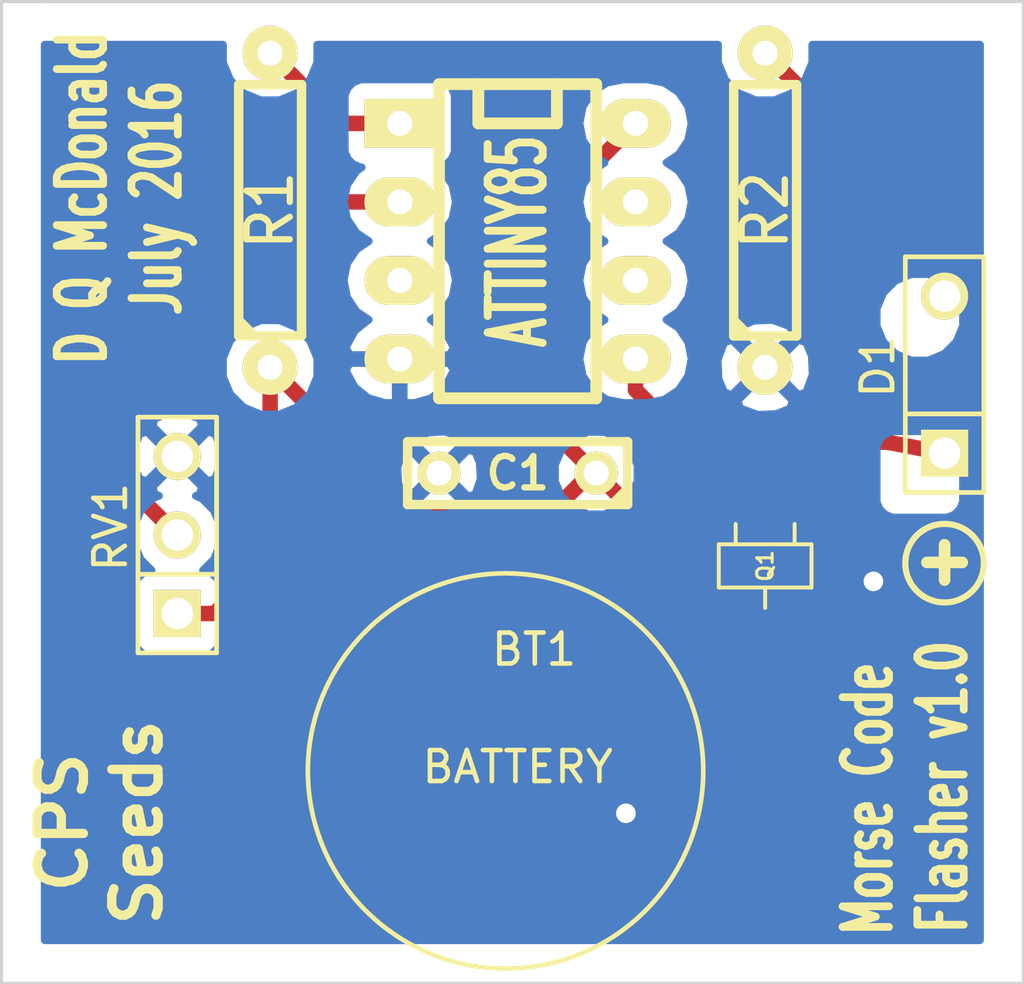
<source format=kicad_pcb>
(kicad_pcb (version 3) (host pcbnew "(2014-02-26 BZR 4721)-product")

  (general
    (links 15)
    (no_connects 0)
    (area 147.269999 94.676775 180.390001 127.050001)
    (thickness 1.6)
    (drawings 10)
    (tracks 38)
    (zones 0)
    (modules 8)
    (nets 11)
  )

  (page A4)
  (layers
    (15 F.Cu signal)
    (0 B.Cu signal hide)
    (16 B.Adhes user)
    (17 F.Adhes user)
    (18 B.Paste user)
    (19 F.Paste user)
    (20 B.SilkS user)
    (21 F.SilkS user)
    (22 B.Mask user)
    (23 F.Mask user)
    (24 Dwgs.User user)
    (25 Cmts.User user)
    (26 Eco1.User user)
    (27 Eco2.User user)
    (28 Edge.Cuts user)
  )

  (setup
    (last_trace_width 0.5)
    (trace_clearance 0.3)
    (zone_clearance 0.508)
    (zone_45_only no)
    (trace_min 0.254)
    (segment_width 0.2)
    (edge_width 0.1)
    (via_size 0.889)
    (via_drill 0.635)
    (via_min_size 0.889)
    (via_min_drill 0.508)
    (uvia_size 0.508)
    (uvia_drill 0.127)
    (uvias_allowed no)
    (uvia_min_size 0.508)
    (uvia_min_drill 0.127)
    (pcb_text_width 0.3)
    (pcb_text_size 1.5 1.5)
    (mod_edge_width 0.15)
    (mod_text_size 1 1)
    (mod_text_width 0.15)
    (pad_size 0.59944 1.50076)
    (pad_drill 0)
    (pad_to_mask_clearance 0)
    (aux_axis_origin 0 0)
    (visible_elements FFFFFF7F)
    (pcbplotparams
      (layerselection 3178497)
      (usegerberextensions true)
      (excludeedgelayer true)
      (linewidth 0.150000)
      (plotframeref false)
      (viasonmask false)
      (mode 1)
      (useauxorigin false)
      (hpglpennumber 1)
      (hpglpenspeed 20)
      (hpglpendiameter 15)
      (hpglpenoverlay 2)
      (psnegative false)
      (psa4output false)
      (plotreference true)
      (plotvalue true)
      (plotothertext true)
      (plotinvisibletext false)
      (padsonsilk false)
      (subtractmaskfromsilk false)
      (outputformat 1)
      (mirror false)
      (drillshape 1)
      (scaleselection 1)
      (outputdirectory ""))
  )

  (net 0 "")
  (net 1 GND)
  (net 2 "Net-(BT1-Pad1)")
  (net 3 "Net-(D1-Pad1)")
  (net 4 "Net-(D1-Pad2)")
  (net 5 "Net-(R1-Pad2)")
  (net 6 "Net-(RV1-Pad2)")
  (net 7 "Net-(U1-Pad3)")
  (net 8 "Net-(U1-Pad6)")
  (net 9 "Net-(U1-Pad7)")
  (net 10 VCC)

  (net_class Default "This is the default net class."
    (clearance 0.3)
    (trace_width 0.5)
    (via_dia 0.889)
    (via_drill 0.635)
    (uvia_dia 0.508)
    (uvia_drill 0.127)
    (add_net "")
    (add_net GND)
    (add_net "Net-(BT1-Pad1)")
    (add_net "Net-(D1-Pad1)")
    (add_net "Net-(D1-Pad2)")
    (add_net "Net-(R1-Pad2)")
    (add_net "Net-(RV1-Pad2)")
    (add_net "Net-(U1-Pad3)")
    (add_net "Net-(U1-Pad6)")
    (add_net "Net-(U1-Pad7)")
    (add_net VCC)
  )

  (module DQM:Coin_Cell_12mm_SMD (layer F.Cu) (tedit 577B1EE3) (tstamp 577CBD42)
    (at 164 120)
    (path /57776BAA)
    (fp_text reference BT1 (at 0.53 -3.8) (layer F.SilkS)
      (effects (font (size 1 1) (thickness 0.15)))
    )
    (fp_text value BATTERY (at 0 0) (layer F.SilkS)
      (effects (font (size 1 1) (thickness 0.15)))
    )
    (fp_circle (center -0.39 0.13) (end 6 0.21) (layer F.SilkS) (width 0.15))
    (pad 1 smd rect (at -8.29 0) (size 3.2 5.08) (layers F.Cu F.Paste F.Mask)
      (net 2 "Net-(BT1-Pad1)"))
    (pad 1 smd rect (at 7.62 0) (size 3.2 5.08) (layers F.Cu F.Paste F.Mask)
      (net 2 "Net-(BT1-Pad1)"))
    (pad 2 smd circle (at -0.5 0) (size 5 5) (layers F.Cu F.Paste F.Mask)
      (net 1 GND))
  )

  (module discret:C2 (layer F.Cu) (tedit 200000) (tstamp 578255CA)
    (at 164 110.5 180)
    (descr "Condensateur = 2 pas")
    (tags C)
    (path /57776C20)
    (fp_text reference C1 (at 0 0 180) (layer F.SilkS)
      (effects (font (size 1.016 1.016) (thickness 0.2032)))
    )
    (fp_text value 100nF (at 0 0 180) (layer F.SilkS) hide
      (effects (font (size 1.016 1.016) (thickness 0.2032)))
    )
    (fp_line (start -3.556 -1.016) (end 3.556 -1.016) (layer F.SilkS) (width 0.3048))
    (fp_line (start 3.556 -1.016) (end 3.556 1.016) (layer F.SilkS) (width 0.3048))
    (fp_line (start 3.556 1.016) (end -3.556 1.016) (layer F.SilkS) (width 0.3048))
    (fp_line (start -3.556 1.016) (end -3.556 -1.016) (layer F.SilkS) (width 0.3048))
    (fp_line (start -3.556 -0.508) (end -3.048 -1.016) (layer F.SilkS) (width 0.3048))
    (pad 1 thru_hole circle (at -2.54 0 180) (size 1.397 1.397) (drill 0.8128) (layers *.Cu *.Mask F.SilkS)
      (net 10 VCC))
    (pad 2 thru_hole circle (at 2.54 0 180) (size 1.397 1.397) (drill 0.8128) (layers *.Cu *.Mask F.SilkS)
      (net 1 GND))
    (model discret/capa_2pas_5x5mm.wrl
      (at (xyz 0 0 0))
      (scale (xyz 1 1 1))
      (rotate (xyz 0 0 0))
    )
  )

  (module discret:R4-LARGE_PADS (layer F.Cu) (tedit 577DC00B) (tstamp 578256E9)
    (at 156 102 90)
    (descr "Resitance 4 pas")
    (tags R)
    (path /57776D61)
    (autoplace_cost180 10)
    (fp_text reference R1 (at 0 0 90) (layer F.SilkS)
      (effects (font (size 1.397 1.27) (thickness 0.2032)))
    )
    (fp_text value 10K (at 0 0 90) (layer F.SilkS) hide
      (effects (font (size 1.397 1.27) (thickness 0.2032)))
    )
    (fp_line (start -5.08 0) (end -4.064 0) (layer F.SilkS) (width 0.3048))
    (fp_line (start -4.064 0) (end -4.064 -1.016) (layer F.SilkS) (width 0.3048))
    (fp_line (start -4.064 -1.016) (end 4.064 -1.016) (layer F.SilkS) (width 0.3048))
    (fp_line (start 4.064 -1.016) (end 4.064 1.016) (layer F.SilkS) (width 0.3048))
    (fp_line (start 4.064 1.016) (end -4.064 1.016) (layer F.SilkS) (width 0.3048))
    (fp_line (start -4.064 1.016) (end -4.064 0) (layer F.SilkS) (width 0.3048))
    (fp_line (start -4.064 -0.508) (end -3.556 -1.016) (layer F.SilkS) (width 0.3048))
    (fp_line (start 5.08 0) (end 4.064 0) (layer F.SilkS) (width 0.3048))
    (pad 1 thru_hole circle (at -5.08 0 90) (size 1.778 1.778) (drill 0.8128) (layers *.Cu *.Mask F.SilkS)
      (net 10 VCC))
    (pad 2 thru_hole circle (at 5.08 0 90) (size 1.778 1.778) (drill 0.8128) (layers *.Cu *.Mask F.SilkS)
      (net 5 "Net-(R1-Pad2)"))
    (model discret/resistor.wrl
      (at (xyz 0 0 0))
      (scale (xyz 0.4 0.4 0.4))
      (rotate (xyz 0 0 0))
    )
  )

  (module discret:R4-LARGE_PADS (layer F.Cu) (tedit 47E2673E) (tstamp 577CBD81)
    (at 172 102 90)
    (descr "Resitance 4 pas")
    (tags R)
    (path /57776ECB)
    (autoplace_cost180 10)
    (fp_text reference R2 (at 0 0 90) (layer F.SilkS)
      (effects (font (size 1.397 1.27) (thickness 0.2032)))
    )
    (fp_text value 120K (at 0 0 90) (layer F.SilkS) hide
      (effects (font (size 1.397 1.27) (thickness 0.2032)))
    )
    (fp_line (start -5.08 0) (end -4.064 0) (layer F.SilkS) (width 0.3048))
    (fp_line (start -4.064 0) (end -4.064 -1.016) (layer F.SilkS) (width 0.3048))
    (fp_line (start -4.064 -1.016) (end 4.064 -1.016) (layer F.SilkS) (width 0.3048))
    (fp_line (start 4.064 -1.016) (end 4.064 1.016) (layer F.SilkS) (width 0.3048))
    (fp_line (start 4.064 1.016) (end -4.064 1.016) (layer F.SilkS) (width 0.3048))
    (fp_line (start -4.064 1.016) (end -4.064 0) (layer F.SilkS) (width 0.3048))
    (fp_line (start -4.064 -0.508) (end -3.556 -1.016) (layer F.SilkS) (width 0.3048))
    (fp_line (start 5.08 0) (end 4.064 0) (layer F.SilkS) (width 0.3048))
    (pad 1 thru_hole circle (at -5.08 0 90) (size 1.778 1.778) (drill 0.8128) (layers *.Cu *.Mask F.SilkS)
      (net 1 GND))
    (pad 2 thru_hole circle (at 5.08 0 90) (size 1.778 1.778) (drill 0.8128) (layers *.Cu *.Mask F.SilkS)
      (net 4 "Net-(D1-Pad2)"))
    (model discret/resistor.wrl
      (at (xyz 0 0 0))
      (scale (xyz 0.4 0.4 0.4))
      (rotate (xyz 0 0 0))
    )
  )

  (module pin_array:PIN_ARRAY_3X1 (layer F.Cu) (tedit 4C1130E0) (tstamp 577CBD8D)
    (at 153 112.5 90)
    (descr "Connecteur 3 pins")
    (tags "CONN DEV")
    (path /57776E12)
    (fp_text reference RV1 (at 0.254 -2.159 90) (layer F.SilkS)
      (effects (font (size 1.016 1.016) (thickness 0.1524)))
    )
    (fp_text value POT (at 0 -2.159 90) (layer F.SilkS) hide
      (effects (font (size 1.016 1.016) (thickness 0.1524)))
    )
    (fp_line (start -3.81 1.27) (end -3.81 -1.27) (layer F.SilkS) (width 0.1524))
    (fp_line (start -3.81 -1.27) (end 3.81 -1.27) (layer F.SilkS) (width 0.1524))
    (fp_line (start 3.81 -1.27) (end 3.81 1.27) (layer F.SilkS) (width 0.1524))
    (fp_line (start 3.81 1.27) (end -3.81 1.27) (layer F.SilkS) (width 0.1524))
    (fp_line (start -1.27 -1.27) (end -1.27 1.27) (layer F.SilkS) (width 0.1524))
    (pad 1 thru_hole rect (at -2.54 0 90) (size 1.524 1.524) (drill 1.016) (layers *.Cu *.Mask F.SilkS)
      (net 10 VCC))
    (pad 2 thru_hole circle (at 0 0 90) (size 1.524 1.524) (drill 1.016) (layers *.Cu *.Mask F.SilkS)
      (net 6 "Net-(RV1-Pad2)"))
    (pad 3 thru_hole circle (at 2.54 0 90) (size 1.524 1.524) (drill 1.016) (layers *.Cu *.Mask F.SilkS)
      (net 1 GND))
    (model pin_array/pins_array_3x1.wrl
      (at (xyz 0 0 0))
      (scale (xyz 1 1 1))
      (rotate (xyz 0 0 0))
    )
  )

  (module dip_sockets:DIP-8__300_ELL (layer F.Cu) (tedit 577DC1E2) (tstamp 577CBDA0)
    (at 164 103 270)
    (descr "8 pins DIL package, elliptical pads")
    (tags DIL)
    (path /57772B5A)
    (fp_text reference U1 (at -6.35 0 360) (layer F.SilkS) hide
      (effects (font (size 1.778 1.143) (thickness 0.28575)))
    )
    (fp_text value ATTINY85 (at 0 0 270) (layer F.SilkS)
      (effects (font (size 1.778 1.016) (thickness 0.254)))
    )
    (fp_line (start -5.08 -1.27) (end -3.81 -1.27) (layer F.SilkS) (width 0.381))
    (fp_line (start -3.81 -1.27) (end -3.81 1.27) (layer F.SilkS) (width 0.381))
    (fp_line (start -3.81 1.27) (end -5.08 1.27) (layer F.SilkS) (width 0.381))
    (fp_line (start -5.08 -2.54) (end 5.08 -2.54) (layer F.SilkS) (width 0.381))
    (fp_line (start 5.08 -2.54) (end 5.08 2.54) (layer F.SilkS) (width 0.381))
    (fp_line (start 5.08 2.54) (end -5.08 2.54) (layer F.SilkS) (width 0.381))
    (fp_line (start -5.08 2.54) (end -5.08 -2.54) (layer F.SilkS) (width 0.381))
    (pad 1 thru_hole rect (at -3.81 3.81 270) (size 1.5748 2.286) (drill 0.8128) (layers *.Cu *.Mask F.SilkS)
      (net 5 "Net-(R1-Pad2)"))
    (pad 2 thru_hole oval (at -1.27 3.81 270) (size 1.5748 2.286) (drill 0.8128) (layers *.Cu *.Mask F.SilkS)
      (net 6 "Net-(RV1-Pad2)"))
    (pad 3 thru_hole oval (at 1.27 3.81 270) (size 1.5748 2.286) (drill 0.8128) (layers *.Cu *.Mask F.SilkS)
      (net 7 "Net-(U1-Pad3)"))
    (pad 4 thru_hole oval (at 3.81 3.81 270) (size 1.5748 2.286) (drill 0.8128) (layers *.Cu *.Mask F.SilkS)
      (net 1 GND))
    (pad 5 thru_hole oval (at 3.81 -3.81 270) (size 1.5748 2.286) (drill 0.8128) (layers *.Cu *.Mask F.SilkS)
      (net 3 "Net-(D1-Pad1)"))
    (pad 6 thru_hole oval (at 1.27 -3.81 270) (size 1.5748 2.286) (drill 0.8128) (layers *.Cu *.Mask F.SilkS)
      (net 8 "Net-(U1-Pad6)"))
    (pad 7 thru_hole oval (at -1.27 -3.81 270) (size 1.5748 2.286) (drill 0.8128) (layers *.Cu *.Mask F.SilkS)
      (net 9 "Net-(U1-Pad7)"))
    (pad 8 thru_hole oval (at -3.81 -3.81 270) (size 1.5748 2.286) (drill 0.8128) (layers *.Cu *.Mask F.SilkS)
      (net 10 VCC))
    (model dil/dil_8.wrl
      (at (xyz 0 0 0))
      (scale (xyz 1 1 1))
      (rotate (xyz 0 0 0))
    )
  )

  (module DQM:TwinScrewTerminal (layer F.Cu) (tedit 577DBB3B) (tstamp 578253B4)
    (at 177.8 107.315 90)
    (descr "Connecteur 3 pins")
    (tags "CONN DEV")
    (path /57776E9E)
    (fp_text reference D1 (at 0.254 -2.159 90) (layer F.SilkS)
      (effects (font (size 1.016 1.016) (thickness 0.1524)))
    )
    (fp_text value LED (at 0 -2.159 90) (layer F.SilkS) hide
      (effects (font (size 1.016 1.016) (thickness 0.1524)))
    )
    (fp_line (start -3.81 1.27) (end -3.81 -1.27) (layer F.SilkS) (width 0.1524))
    (fp_line (start -3.81 -1.27) (end 3.81 -1.27) (layer F.SilkS) (width 0.1524))
    (fp_line (start 3.81 -1.27) (end 3.81 1.27) (layer F.SilkS) (width 0.1524))
    (fp_line (start 3.81 1.27) (end -3.81 1.27) (layer F.SilkS) (width 0.1524))
    (fp_line (start -1.27 -1.27) (end -1.27 1.27) (layer F.SilkS) (width 0.1524))
    (pad 1 thru_hole rect (at -2.54 0 90) (size 1.524 1.524) (drill 1.016) (layers *.Cu *.Mask F.SilkS)
      (net 3 "Net-(D1-Pad1)"))
    (pad 2 thru_hole circle (at 2.54 0 90) (size 1.524 1.524) (drill 1.016) (layers *.Cu *.Mask F.SilkS)
      (net 4 "Net-(D1-Pad2)"))
    (model pin_array/pins_array_3x1.wrl
      (at (xyz 0 0 0))
      (scale (xyz 1 1 1))
      (rotate (xyz 0 0 0))
    )
  )

  (module DQM:pChannelMostfetSot23 (layer F.Cu) (tedit 577DBFCF) (tstamp 578253BE)
    (at 172 113.5 180)
    (descr SOT23)
    (path /577CBBFF)
    (attr smd)
    (fp_text reference Q1 (at 0 0 270) (layer F.SilkS)
      (effects (font (size 0.50038 0.50038) (thickness 0.09906)))
    )
    (fp_text value MOSFET_P (at 0 0.09906 180) (layer F.SilkS) hide
      (effects (font (size 0.50038 0.50038) (thickness 0.09906)))
    )
    (fp_line (start 0.9525 0.6985) (end 0.9525 1.3589) (layer F.SilkS) (width 0.127))
    (fp_line (start -0.9525 0.6985) (end -0.9525 1.3589) (layer F.SilkS) (width 0.127))
    (fp_line (start 0 -0.6985) (end 0 -1.3589) (layer F.SilkS) (width 0.127))
    (fp_line (start -1.4986 -0.6985) (end 1.4986 -0.6985) (layer F.SilkS) (width 0.127))
    (fp_line (start 1.4986 -0.6985) (end 1.4986 0.6985) (layer F.SilkS) (width 0.127))
    (fp_line (start 1.4986 0.6985) (end -1.4986 0.6985) (layer F.SilkS) (width 0.127))
    (fp_line (start -1.4986 0.6985) (end -1.4986 -0.6985) (layer F.SilkS) (width 0.127))
    (pad G smd rect (at -0.9525 1.30664 180) (size 0.59944 1.50076) (layers F.Cu F.Paste F.Mask)
      (net 1 GND))
    (pad D smd rect (at 0 -1.30664 180) (size 0.59944 1.50076) (layers F.Cu F.Paste F.Mask)
      (net 2 "Net-(BT1-Pad1)"))
    (pad S smd rect (at 0.9525 1.30664 180) (size 0.59944 1.50076) (layers F.Cu F.Paste F.Mask)
      (net 10 VCC))
    (model smd/smd_transistors/sot23.wrl
      (at (xyz 0 0 0))
      (scale (xyz 1 1 1))
      (rotate (xyz 0 0 0))
    )
  )

  (gr_text "CPS\nSeeds" (at 150.495 121.793 90) (layer F.SilkS)
    (effects (font (size 1.5 1.5) (thickness 0.3)))
  )
  (gr_circle (center 177.8 113.411) (end 177.8 114.681) (layer F.SilkS) (width 0.2))
  (gr_text + (at 177.8 113.284) (layer F.SilkS)
    (effects (font (size 1.5 1.5) (thickness 0.375)))
  )
  (gr_text "D Q McDonald\nJuly 2016" (at 151.13 101.6 90) (layer F.SilkS)
    (effects (font (size 1.5 1) (thickness 0.25)))
  )
  (gr_text "Morse Code \nFlasher v1.0" (at 176.53 120.65 90) (layer F.SilkS)
    (effects (font (size 1.5 1) (thickness 0.25)))
  )
  (gr_line (start 147.32 95.25) (end 148.59 95.25) (angle 90) (layer Edge.Cuts) (width 0.1))
  (gr_line (start 147.32 127) (end 147.32 95.25) (angle 90) (layer Edge.Cuts) (width 0.1))
  (gr_line (start 180.34 127) (end 147.32 127) (angle 90) (layer Edge.Cuts) (width 0.1))
  (gr_line (start 180.34 95.25) (end 180.34 127) (angle 90) (layer Edge.Cuts) (width 0.1))
  (gr_line (start 148.59 95.25) (end 180.34 95.25) (angle 90) (layer Edge.Cuts) (width 0.1))

  (segment (start 163.5 120) (end 166 120) (width 0.5) (layer F.Cu) (net 1))
  (via (at 167.5 121.5) (size 0.889) (layers F.Cu B.Cu) (net 1))
  (segment (start 166 120) (end 167.5 121.5) (width 0.5) (layer F.Cu) (net 1) (tstamp 578257D5))
  (segment (start 172.9525 112.19336) (end 173.69336 112.19336) (width 0.5) (layer F.Cu) (net 1))
  (via (at 175.5 114) (size 0.889) (layers F.Cu B.Cu) (net 1))
  (segment (start 173.69336 112.19336) (end 175.5 114) (width 0.5) (layer F.Cu) (net 1) (tstamp 578257D0))
  (segment (start 155.71 120) (end 155.71 117.29) (width 0.5) (layer F.Cu) (net 2))
  (segment (start 170.5 117.5) (end 171.62 120) (width 0.5) (layer F.Cu) (net 2) (tstamp 578257A6))
  (segment (start 168.5 115.5) (end 170.5 117.5) (width 0.5) (layer F.Cu) (net 2) (tstamp 578257A3))
  (segment (start 157.5 115.5) (end 168.5 115.5) (width 0.5) (layer F.Cu) (net 2) (tstamp 578257A2))
  (segment (start 155.71 117.29) (end 157.5 115.5) (width 0.5) (layer F.Cu) (net 2) (tstamp 578257A1))
  (segment (start 172 114.80664) (end 172 119.62) (width 0.5) (layer F.Cu) (net 2))
  (segment (start 172 119.62) (end 171.62 120) (width 0.5) (layer F.Cu) (net 2) (tstamp 5782579E))
  (segment (start 167.81 106.81) (end 167.81 107.81) (width 0.5) (layer F.Cu) (net 3))
  (segment (start 175.96 109.5) (end 177.8 109.855) (width 0.5) (layer F.Cu) (net 3) (tstamp 578257B4) (status 20))
  (segment (start 169.5 109.5) (end 175.96 109.5) (width 0.5) (layer F.Cu) (net 3) (tstamp 578257B3))
  (segment (start 167.81 107.81) (end 169.5 109.5) (width 0.5) (layer F.Cu) (net 3) (tstamp 578257B2))
  (segment (start 177.8 104.775) (end 177 101.92) (width 0.5) (layer F.Cu) (net 4) (status 10))
  (segment (start 177 101.92) (end 172 96.92) (width 0.5) (layer F.Cu) (net 4) (tstamp 578257B7))
  (segment (start 160.19 99.19) (end 158.27 99.19) (width 0.5) (layer F.Cu) (net 5))
  (segment (start 158.27 99.19) (end 156 96.92) (width 0.5) (layer F.Cu) (net 5) (tstamp 578257A7))
  (segment (start 160.19 101.73) (end 154.77 101.73) (width 0.5) (layer F.Cu) (net 6))
  (segment (start 150.5 110) (end 153 112.5) (width 0.5) (layer F.Cu) (net 6) (tstamp 578257CB))
  (segment (start 150.5 106) (end 150.5 110) (width 0.5) (layer F.Cu) (net 6) (tstamp 578257C9))
  (segment (start 154.77 101.73) (end 150.5 106) (width 0.5) (layer F.Cu) (net 6) (tstamp 578257C7))
  (segment (start 156 107.08) (end 156 113.24) (width 0.5) (layer F.Cu) (net 10))
  (segment (start 154.2 115.04) (end 153 115.04) (width 0.5) (layer F.Cu) (net 10) (tstamp 57825817))
  (segment (start 156 113.24) (end 154.2 115.04) (width 0.5) (layer F.Cu) (net 10) (tstamp 57825816))
  (segment (start 166.54 110.5) (end 166.36 110.5) (width 0.5) (layer F.Cu) (net 10))
  (segment (start 160.68 111.76) (end 156 107.08) (width 0.5) (layer F.Cu) (net 10) (tstamp 57825810))
  (segment (start 165.1 111.76) (end 160.68 111.76) (width 0.5) (layer F.Cu) (net 10) (tstamp 5782580F))
  (segment (start 166.36 110.5) (end 165.1 111.76) (width 0.5) (layer F.Cu) (net 10) (tstamp 5782580E))
  (segment (start 171.0475 112.19336) (end 168.23336 112.19336) (width 0.5) (layer F.Cu) (net 10))
  (segment (start 168.23336 112.19336) (end 166.54 110.5) (width 0.5) (layer F.Cu) (net 10) (tstamp 578257AA))
  (segment (start 166.54 110.5) (end 166.5 110.5) (width 0.5) (layer F.Cu) (net 10) (tstamp 578257AB))
  (segment (start 166.5 110.5) (end 165.5 109.5) (width 0.5) (layer F.Cu) (net 10) (tstamp 578257AC))
  (segment (start 165.5 109.5) (end 165.5 101.5) (width 0.5) (layer F.Cu) (net 10) (tstamp 578257AD))
  (segment (start 165.5 101.5) (end 167.81 99.19) (width 0.5) (layer F.Cu) (net 10) (tstamp 578257AE))

  (zone (net 1) (net_name GND) (layer B.Cu) (tstamp 57825803) (hatch edge 0.508)
    (connect_pads (clearance 0.508))
    (min_thickness 0.254)
    (fill (arc_segments 16) (thermal_gap 0.508) (thermal_bridge_width 0.508))
    (polygon
      (pts
        (xy 179.07 125.73) (xy 148.59 125.73) (xy 148.59 96.52) (xy 179.07 96.52)
      )
    )
    (filled_polygon
      (pts
        (xy 178.943 125.603) (xy 178.397242 125.603) (xy 178.397242 105.183339) (xy 178.18501 104.669697) (xy 177.79237 104.276371)
        (xy 177.2791 104.063243) (xy 176.723339 104.062758) (xy 176.209697 104.27499) (xy 175.816371 104.66763) (xy 175.603243 105.1809)
        (xy 175.602758 105.736661) (xy 175.81499 106.250303) (xy 176.20763 106.643629) (xy 176.7209 106.856757) (xy 177.276661 106.857242)
        (xy 177.790303 106.64501) (xy 178.183629 106.25237) (xy 178.396757 105.7391) (xy 178.397242 105.183339) (xy 178.397242 125.603)
        (xy 178.397 125.603) (xy 178.397 111.42831) (xy 178.397 111.175691) (xy 178.397 109.651691) (xy 178.300327 109.418302)
        (xy 178.121699 109.239673) (xy 177.88831 109.143) (xy 177.635691 109.143) (xy 176.111691 109.143) (xy 175.878302 109.239673)
        (xy 175.699673 109.418301) (xy 175.603 109.65169) (xy 175.603 109.904309) (xy 175.603 111.428309) (xy 175.699673 111.661698)
        (xy 175.878301 111.840327) (xy 176.11169 111.937) (xy 176.364309 111.937) (xy 177.888309 111.937) (xy 178.121698 111.840327)
        (xy 178.300327 111.661699) (xy 178.397 111.42831) (xy 178.397 125.603) (xy 173.535516 125.603) (xy 173.535516 107.318035)
        (xy 173.509723 106.7123) (xy 173.327539 106.272467) (xy 173.072196 106.187409) (xy 172.892591 106.367014) (xy 172.892591 106.007804)
        (xy 172.807533 105.752461) (xy 172.238035 105.544484) (xy 171.6323 105.570277) (xy 171.192467 105.752461) (xy 171.107409 106.007804)
        (xy 172 106.900395) (xy 172.892591 106.007804) (xy 172.892591 106.367014) (xy 172.179605 107.08) (xy 173.072196 107.972591)
        (xy 173.327539 107.887533) (xy 173.535516 107.318035) (xy 173.535516 125.603) (xy 172.892591 125.603) (xy 172.892591 108.152196)
        (xy 172 107.259605) (xy 171.820395 107.43921) (xy 171.820395 107.08) (xy 170.927804 106.187409) (xy 170.672461 106.272467)
        (xy 170.464484 106.841965) (xy 170.490277 107.4477) (xy 170.672461 107.887533) (xy 170.927804 107.972591) (xy 171.820395 107.08)
        (xy 171.820395 107.43921) (xy 171.107409 108.152196) (xy 171.192467 108.407539) (xy 171.761965 108.615516) (xy 172.3677 108.589723)
        (xy 172.807533 108.407539) (xy 172.892591 108.152196) (xy 172.892591 125.603) (xy 169.622833 125.603) (xy 169.622833 106.81)
        (xy 169.514559 106.265671) (xy 169.206222 105.804211) (xy 168.810801 105.539999) (xy 169.206222 105.275789) (xy 169.514559 104.814329)
        (xy 169.622833 104.27) (xy 169.514559 103.725671) (xy 169.206222 103.264211) (xy 168.810801 102.999999) (xy 169.206222 102.735789)
        (xy 169.514559 102.274329) (xy 169.622833 101.73) (xy 169.514559 101.185671) (xy 169.206222 100.724211) (xy 168.810801 100.459999)
        (xy 169.206222 100.195789) (xy 169.514559 99.734329) (xy 169.622833 99.19) (xy 169.514559 98.645671) (xy 169.206222 98.184211)
        (xy 168.744762 97.875874) (xy 168.200433 97.7676) (xy 167.419567 97.7676) (xy 166.875238 97.875874) (xy 166.413778 98.184211)
        (xy 166.105441 98.645671) (xy 165.997167 99.19) (xy 166.105441 99.734329) (xy 166.413778 100.195789) (xy 166.809198 100.459999)
        (xy 166.413778 100.724211) (xy 166.105441 101.185671) (xy 165.997167 101.73) (xy 166.105441 102.274329) (xy 166.413778 102.735789)
        (xy 166.809198 102.999999) (xy 166.413778 103.264211) (xy 166.105441 103.725671) (xy 165.997167 104.27) (xy 166.105441 104.814329)
        (xy 166.413778 105.275789) (xy 166.809198 105.539999) (xy 166.413778 105.804211) (xy 166.105441 106.265671) (xy 165.997167 106.81)
        (xy 166.105441 107.354329) (xy 166.413778 107.815789) (xy 166.875238 108.124126) (xy 167.419567 108.2324) (xy 168.200433 108.2324)
        (xy 168.744762 108.124126) (xy 169.206222 107.815789) (xy 169.514559 107.354329) (xy 169.622833 106.81) (xy 169.622833 125.603)
        (xy 167.873731 125.603) (xy 167.873731 110.235914) (xy 167.671146 109.74562) (xy 167.296353 109.370173) (xy 166.806413 109.166732)
        (xy 166.275914 109.166269) (xy 165.78562 109.368854) (xy 165.410173 109.743647) (xy 165.206732 110.233587) (xy 165.206269 110.764086)
        (xy 165.408854 111.25438) (xy 165.783647 111.629827) (xy 166.273587 111.833268) (xy 166.804086 111.833731) (xy 167.29438 111.631146)
        (xy 167.669827 111.256353) (xy 167.873268 110.766413) (xy 167.873731 110.235914) (xy 167.873731 125.603) (xy 162.805927 125.603)
        (xy 162.805927 110.69252) (xy 162.777148 110.162801) (xy 162.6298 109.807071) (xy 162.394188 109.745417) (xy 162.214583 109.925022)
        (xy 162.214583 109.565812) (xy 162.152929 109.3302) (xy 162.002833 109.277371) (xy 162.002833 104.27) (xy 161.894559 103.725671)
        (xy 161.586222 103.264211) (xy 161.190801 102.999999) (xy 161.586222 102.735789) (xy 161.894559 102.274329) (xy 162.002833 101.73)
        (xy 161.894559 101.185671) (xy 161.586222 100.724211) (xy 161.418884 100.6124) (xy 161.459309 100.6124) (xy 161.692698 100.515727)
        (xy 161.871327 100.337099) (xy 161.968 100.10371) (xy 161.968 99.851091) (xy 161.968 98.276291) (xy 161.871327 98.042902)
        (xy 161.692699 97.864273) (xy 161.45931 97.7676) (xy 161.206691 97.7676) (xy 158.920691 97.7676) (xy 158.687302 97.864273)
        (xy 158.508673 98.042901) (xy 158.412 98.27629) (xy 158.412 98.528909) (xy 158.412 100.103709) (xy 158.508673 100.337098)
        (xy 158.687301 100.515727) (xy 158.92069 100.6124) (xy 158.961115 100.6124) (xy 158.793778 100.724211) (xy 158.485441 101.185671)
        (xy 158.377167 101.73) (xy 158.485441 102.274329) (xy 158.793778 102.735789) (xy 159.189198 102.999999) (xy 158.793778 103.264211)
        (xy 158.485441 103.725671) (xy 158.377167 104.27) (xy 158.485441 104.814329) (xy 158.793778 105.275789) (xy 159.188829 105.539753)
        (xy 159.172738 105.544475) (xy 158.738809 105.894014) (xy 158.471673 106.383004) (xy 158.45499 106.46294) (xy 158.577148 106.683)
        (xy 160.063 106.683) (xy 160.063 106.663) (xy 160.317 106.663) (xy 160.317 106.683) (xy 161.802852 106.683)
        (xy 161.92501 106.46294) (xy 161.908327 106.383004) (xy 161.641191 105.894014) (xy 161.207262 105.544475) (xy 161.19117 105.539753)
        (xy 161.586222 105.275789) (xy 161.894559 104.814329) (xy 162.002833 104.27) (xy 162.002833 109.277371) (xy 161.92501 109.24998)
        (xy 161.92501 107.15706) (xy 161.802852 106.937) (xy 160.317 106.937) (xy 160.317 108.2324) (xy 160.6726 108.2324)
        (xy 161.207262 108.075525) (xy 161.641191 107.725986) (xy 161.908327 107.236996) (xy 161.92501 107.15706) (xy 161.92501 109.24998)
        (xy 161.65252 109.154073) (xy 161.122801 109.182852) (xy 160.767071 109.3302) (xy 160.705417 109.565812) (xy 161.46 110.320395)
        (xy 162.214583 109.565812) (xy 162.214583 109.925022) (xy 161.639605 110.5) (xy 162.394188 111.254583) (xy 162.6298 111.192929)
        (xy 162.805927 110.69252) (xy 162.805927 125.603) (xy 162.214583 125.603) (xy 162.214583 111.434188) (xy 161.46 110.679605)
        (xy 161.280395 110.85921) (xy 161.280395 110.5) (xy 160.525812 109.745417) (xy 160.2902 109.807071) (xy 160.114073 110.30748)
        (xy 160.142852 110.837199) (xy 160.2902 111.192929) (xy 160.525812 111.254583) (xy 161.280395 110.5) (xy 161.280395 110.85921)
        (xy 160.705417 111.434188) (xy 160.767071 111.6698) (xy 161.26748 111.845927) (xy 161.797199 111.817148) (xy 162.152929 111.6698)
        (xy 162.214583 111.434188) (xy 162.214583 125.603) (xy 160.063 125.603) (xy 160.063 108.2324) (xy 160.063 106.937)
        (xy 158.577148 106.937) (xy 158.45499 107.15706) (xy 158.471673 107.236996) (xy 158.738809 107.725986) (xy 159.172738 108.075525)
        (xy 159.7074 108.2324) (xy 160.063 108.2324) (xy 160.063 125.603) (xy 157.524264 125.603) (xy 157.524264 106.778188)
        (xy 157.292738 106.217851) (xy 156.864404 105.788769) (xy 156.304472 105.556265) (xy 155.698188 105.555736) (xy 155.137851 105.787262)
        (xy 154.708769 106.215596) (xy 154.476265 106.775528) (xy 154.475736 107.381812) (xy 154.707262 107.942149) (xy 155.135596 108.371231)
        (xy 155.695528 108.603735) (xy 156.301812 108.604264) (xy 156.862149 108.372738) (xy 157.291231 107.944404) (xy 157.523735 107.384472)
        (xy 157.524264 106.778188) (xy 157.524264 125.603) (xy 154.409144 125.603) (xy 154.409144 110.167698) (xy 154.381362 109.612632)
        (xy 154.222397 109.228857) (xy 153.980213 109.159392) (xy 153.800608 109.338997) (xy 153.800608 108.979787) (xy 153.731143 108.737603)
        (xy 153.207698 108.550856) (xy 152.652632 108.578638) (xy 152.268857 108.737603) (xy 152.199392 108.979787) (xy 153 109.780395)
        (xy 153.800608 108.979787) (xy 153.800608 109.338997) (xy 153.179605 109.96) (xy 153.980213 110.760608) (xy 154.222397 110.691143)
        (xy 154.409144 110.167698) (xy 154.409144 125.603) (xy 154.397242 125.603) (xy 154.397242 112.223339) (xy 154.18501 111.709697)
        (xy 153.79237 111.316371) (xy 153.600272 111.236605) (xy 153.731143 111.182397) (xy 153.800608 110.940213) (xy 153 110.139605)
        (xy 152.820395 110.31921) (xy 152.820395 109.96) (xy 152.019787 109.159392) (xy 151.777603 109.228857) (xy 151.590856 109.752302)
        (xy 151.618638 110.307368) (xy 151.777603 110.691143) (xy 152.019787 110.760608) (xy 152.820395 109.96) (xy 152.820395 110.31921)
        (xy 152.199392 110.940213) (xy 152.268857 111.182397) (xy 152.409317 111.232508) (xy 152.209697 111.31499) (xy 151.816371 111.70763)
        (xy 151.603243 112.2209) (xy 151.602758 112.776661) (xy 151.81499 113.290303) (xy 152.167071 113.643) (xy 152.111691 113.643)
        (xy 151.878302 113.739673) (xy 151.699673 113.918301) (xy 151.603 114.15169) (xy 151.603 114.404309) (xy 151.603 115.928309)
        (xy 151.699673 116.161698) (xy 151.878301 116.340327) (xy 152.11169 116.437) (xy 152.364309 116.437) (xy 153.888309 116.437)
        (xy 154.121698 116.340327) (xy 154.300327 116.161699) (xy 154.397 115.92831) (xy 154.397 115.675691) (xy 154.397 114.151691)
        (xy 154.300327 113.918302) (xy 154.121699 113.739673) (xy 153.88831 113.643) (xy 153.832386 113.643) (xy 154.183629 113.29237)
        (xy 154.396757 112.7791) (xy 154.397242 112.223339) (xy 154.397242 125.603) (xy 148.717 125.603) (xy 148.717 96.647)
        (xy 154.476237 96.647) (xy 154.475736 97.221812) (xy 154.707262 97.782149) (xy 155.135596 98.211231) (xy 155.695528 98.443735)
        (xy 156.301812 98.444264) (xy 156.862149 98.212738) (xy 157.291231 97.784404) (xy 157.523735 97.224472) (xy 157.524238 96.647)
        (xy 170.476237 96.647) (xy 170.475736 97.221812) (xy 170.707262 97.782149) (xy 171.135596 98.211231) (xy 171.695528 98.443735)
        (xy 172.301812 98.444264) (xy 172.862149 98.212738) (xy 173.291231 97.784404) (xy 173.523735 97.224472) (xy 173.524238 96.647)
        (xy 178.943 96.647) (xy 178.943 125.603)
      )
    )
  )
)

</source>
